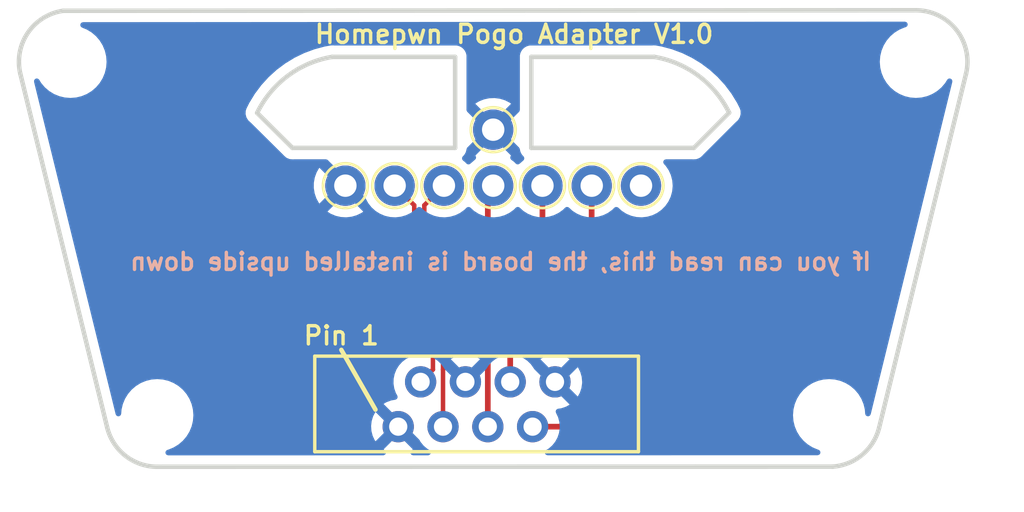
<source format=kicad_pcb>
(kicad_pcb (version 20210228) (generator pcbnew)
  (layers (0 "F.Cu" signal) (31 "B.Cu" signal) (34 "B.Paste" user) (35 "F.Paste" user) (36 "B.SilkS" user "B.Silkscreen") (37 "F.SilkS" user "F.Silkscreen") (38 "B.Mask" user) (39 "F.Mask" user) (44 "Edge.Cuts" user))
  (net 0 "")
  (net 1 "GND")
  (net 2 "/HP_USB_D_N")
  (net 3 "/HP_USB_D_P")
  (net 4 "/HP_CTRL_PIN")
  (net 5 "/HP_TXO_FROM_DUT")
  (net 6 "/HP_RXI_TO_DUT")
  (footprint "Fiducials:Fiducial_0.5mm_Dia_1mm_Outer" (layer "F.Cu") (at 169.164 50.292)
    (fp_text reference "FID101" hide)
    (fp_text value "Fiducial")
    (pad "~" smd circle (at 0 0) (size 0.5 0.5) (layers "F.Cu" "F.Mask") (clearance 0.25))
  )
  (footprint "Fiducials:Fiducial_0.5mm_Dia_1mm_Outer" (layer "F.Cu") (at 138.684 50.292)
    (fp_text reference "FID102" hide)
    (fp_text value "Fiducial")
    (pad "~" smd circle (at 0 0) (size 0.5 0.5) (layers "F.Cu" "F.Mask") (clearance 0.25))
  )
  (footprint "Fiducials:Fiducial_0.5mm_Dia_1mm_Outer" (layer "F.Cu") (at 142.367 67.691)
    (fp_text reference "FID103" hide)
    (fp_text value "Fiducial")
    (pad "~" smd circle (at 0 0) (size 0.5 0.5) (layers "F.Cu" "F.Mask") (clearance 0.25))
  )
  (footprint "Fiducials:Fiducial_0.5mm_Dia_1mm_Outer" (layer "F.Cu") (at 165.735 67.691)
    (fp_text reference "FID104" hide)
    (fp_text value "Fiducial")
    (pad "~" smd circle (at 0 0) (size 0.5 0.5) (layers "F.Cu" "F.Mask") (clearance 0.25))
  )
  (footprint "Mounting_Holes:MountingHole_2.2mm_M2" (layer "F.Cu") (at 135.225 51.018781)
    (fp_text reference "H102" hide)
    (fp_text value "MountingHole")
    (pad "1" np_thru_hole circle (at 0 0) (size 2.2 2.2) (drill 2.2) (layers *.Cu *.Mask))
  )
  (footprint "Mounting_Holes:MountingHole_2.2mm_M2" (layer "F.Cu") (at 169.1 66.8)
    (fp_text reference "H103" hide)
    (fp_text value "MountingHole")
    (pad "1" np_thru_hole circle (at 0 0) (size 2.2 2.2) (drill 2.2) (layers *.Cu *.Mask))
  )
  (footprint "Mounting_Holes:MountingHole_2.2mm_M2" (layer "F.Cu") (at 139.1 66.8)
    (fp_text reference "H104" hide)
    (fp_text value "MountingHole")
    (pad "1" np_thru_hole circle (at 0 0) (size 2.2 2.2) (drill 2.2) (layers *.Cu *.Mask))
  )
  (footprint "footprints:SLW8S-1C7LF" (layer "F.Cu") (at 149.86 67.31)
    (fp_text reference "J101" hide)
    (fp_text value "Conn_01x08_Female" hide)
    (fp_line (start 10.726301 -3.1496) (end -3.726299 -3.1496) (layer "F.SilkS") (width 0.1524))
    (fp_line (start -3.726299 -3.1496) (end -3.726299 1.1176) (layer "F.SilkS") (width 0.1524))
    (fp_line (start -3.726299 1.1176) (end 10.726301 1.1176) (layer "F.SilkS") (width 0.1524))
    (fp_line (start 10.726301 1.1176) (end 10.726301 -3.1496) (layer "F.SilkS") (width 0.1524))
    (pad "1" thru_hole circle (at 0 0) (size 1.397 1.397) (drill 0.8128) (layers *.Cu *.Mask) (net 1 "GND"))
    (pad "2" thru_hole circle (at 1.000001 -2.000001) (size 1.397 1.397) (drill 0.8128) (layers *.Cu *.Mask) (net 2 "/HP_USB_D_N"))
    (pad "3" thru_hole circle (at 2.000001 0) (size 1.397 1.397) (drill 0.8128) (layers *.Cu *.Mask) (net 3 "/HP_USB_D_P"))
    (pad "4" thru_hole circle (at 3.000002 -2.000001) (size 1.397 1.397) (drill 0.8128) (layers *.Cu *.Mask) (net 1 "GND"))
    (pad "5" thru_hole circle (at 4 0) (size 1.397 1.397) (drill 0.8128) (layers *.Cu *.Mask) (net 4 "/HP_CTRL_PIN"))
    (pad "6" thru_hole circle (at 5 -2.000001) (size 1.397 1.397) (drill 0.8128) (layers *.Cu *.Mask) (net 5 "/HP_TXO_FROM_DUT"))
    (pad "7" thru_hole circle (at 6.000001 0) (size 1.397 1.397) (drill 0.8128) (layers *.Cu *.Mask) (net 6 "/HP_RXI_TO_DUT"))
    (pad "8" thru_hole circle (at 7.000001 -2.000001) (size 1.397 1.397) (drill 0.8128) (layers *.Cu *.Mask) (net 1 "GND"))
  )
  (footprint "harwin_pogo:P70_POGO" (layer "F.Cu") (at 160.7 56.55)
    (fp_text reference "J102" hide)
    (fp_text value "POGO")
    (fp_circle (center 0 0) (end 1 0) (layer "F.SilkS") (width 0.12) (fill none))
    (pad "1" thru_hole circle (at 0 0) (size 1.8 1.8) (drill 1) (layers *.Cu *.Mask))
  )
  (footprint "harwin_pogo:P70_POGO" (layer "F.Cu") (at 156.3 56.55)
    (fp_text reference "J103" hide)
    (fp_text value "POGO")
    (fp_circle (center 0 0) (end 1 0) (layer "F.SilkS") (width 0.12) (fill none))
    (pad "1" thru_hole circle (at 0 0) (size 1.8 1.8) (drill 1) (layers *.Cu *.Mask) (net 5 "/HP_TXO_FROM_DUT"))
  )
  (footprint "harwin_pogo:P70_POGO" (layer "F.Cu") (at 158.5 56.55)
    (fp_text reference "J105" hide)
    (fp_text value "POGO")
    (fp_circle (center 0 0) (end 1 0) (layer "F.SilkS") (width 0.12) (fill none))
    (pad "1" thru_hole circle (at 0 0) (size 1.8 1.8) (drill 1) (layers *.Cu *.Mask) (net 6 "/HP_RXI_TO_DUT"))
  )
  (footprint "harwin_pogo:P70_POGO" (layer "F.Cu") (at 154.1 56.55)
    (fp_text reference "J106" hide)
    (fp_text value "POGO")
    (fp_circle (center 0 0) (end 1 0) (layer "F.SilkS") (width 0.12) (fill none))
    (pad "1" thru_hole circle (at 0 0) (size 1.8 1.8) (drill 1) (layers *.Cu *.Mask) (net 4 "/HP_CTRL_PIN"))
  )
  (footprint "harwin_pogo:P70_POGO" (layer "F.Cu") (at 151.9 56.55)
    (fp_text reference "J107" hide)
    (fp_text value "POGO")
    (fp_circle (center 0 0) (end 1 0) (layer "F.SilkS") (width 0.12) (fill none))
    (pad "1" thru_hole circle (at 0 0) (size 1.8 1.8) (drill 1) (layers *.Cu *.Mask) (net 3 "/HP_USB_D_P"))
  )
  (footprint "harwin_pogo:P70_POGO" (layer "F.Cu") (at 149.7 56.55)
    (fp_text reference "J108" hide)
    (fp_text value "POGO")
    (fp_circle (center 0 0) (end 1 0) (layer "F.SilkS") (width 0.12) (fill none))
    (pad "1" thru_hole circle (at 0 0) (size 1.8 1.8) (drill 1) (layers *.Cu *.Mask) (net 2 "/HP_USB_D_N"))
  )
  (footprint "harwin_pogo:P70_POGO" (layer "F.Cu") (at 147.5 56.55)
    (fp_text reference "J109" hide)
    (fp_text value "POGO")
    (fp_circle (center 0 0) (end 1 0) (layer "F.SilkS") (width 0.12) (fill none))
    (pad "1" thru_hole circle (at 0 0) (size 1.8 1.8) (drill 1) (layers *.Cu *.Mask) (net 1 "GND"))
  )
  (footprint "harwin_pogo:P70_POGO" (layer "F.Cu") (at 154.1 54.05)
    (fp_text reference "J110" hide)
    (fp_text value "POGO")
    (fp_circle (center 0 0) (end 1 0) (layer "F.SilkS") (width 0.12) (fill none))
    (pad "1" thru_hole circle (at 0 0) (size 1.8 1.8) (drill 1) (layers *.Cu *.Mask) (net 1 "GND"))
  )
  (footprint "Mounting_Holes:MountingHole_2.2mm_M2" (layer "F.Cu") (at 172.975 51.018781)
    (fp_text reference "H101" hide)
    (fp_text value "MountingHole")
    (pad "1" np_thru_hole circle (at 0 0) (size 2.2 2.2) (drill 2.2) (layers *.Cu *.Mask))
  )
  (gr_line (start 147.32 63.881) (end 148.844 66.548) (layer "F.SilkS") (width 0.2))
  (gr_arc (start 147.662501 55.3) (end 146.909901 50.8) (angle -54.52079504) (layer "Edge.Cuts") (width 0.2))
  (gr_line (start 163.062578 54.863668) (end 164.634329 53.291918) (layer "Edge.Cuts") (width 0.2))
  (gr_line (start 169.261185 69.094345) (end 139.100432 69.099999) (layer "Edge.Cuts") (width 0.2))
  (gr_line (start 175.208649 51.567243) (end 171.333649 67.348461) (layer "Edge.Cuts") (width 0.2))
  (gr_line (start 152.4 54.863668) (end 152.4 50.8) (layer "Edge.Cuts") (width 0.2))
  (gr_arc (start 160.537499 55.3) (end 164.634329 53.291918) (angle -54.39344287) (layer "Edge.Cuts") (width 0.2))
  (gr_line (start 155.8 54.863668) (end 163.062578 54.863668) (layer "Edge.Cuts") (width 0.2))
  (gr_line (start 152.4 50.8) (end 146.909901 50.8) (layer "Edge.Cuts") (width 0.2))
  (gr_arc (start 139.100001 66.8) (end 136.866351 67.348461) (angle -76.21498565) (layer "Edge.Cuts") (width 0.2))
  (gr_line (start 134.902046 48.741568) (end 172.973623 48.718782) (layer "Edge.Cuts") (width 0.2))
  (gr_arc (start 135.225 51.018781) (end 134.902046 48.741568) (angle -95.72412582) (layer "Edge.Cuts") (width 0.2))
  (gr_line (start 145.137422 54.863668) (end 152.4 54.863668) (layer "Edge.Cuts") (width 0.2))
  (gr_line (start 161.290099 50.8) (end 155.799999 50.8) (layer "Edge.Cuts") (width 0.2))
  (gr_arc (start 169.1 66.8) (end 169.261185 69.094345) (angle -72.18561683) (layer "Edge.Cuts") (width 0.2))
  (gr_line (start 136.866351 67.348461) (end 132.991353 51.567252) (layer "Edge.Cuts") (width 0.2))
  (gr_arc (start 172.975 51.018781) (end 175.208649 51.567243) (angle -103.830049) (layer "Edge.Cuts") (width 0.2))
  (gr_line (start 143.561218 53.301029) (end 145.137422 54.863668) (layer "Edge.Cuts") (width 0.2))
  (gr_line (start 155.799999 50.8) (end 155.8 54.863668) (layer "Edge.Cuts") (width 0.2))
  (gr_text "If you can read this, the board is installed upside down" (at 154.432 59.944) (layer "B.SilkS") (effects (font (size 0.762 0.762) (thickness 0.1524)) (justify mirror)))
  (gr_text "Pin 1" (at 147.32 63.246) (layer "F.SilkS") (effects (font (size 0.8128 0.8128) (thickness 0.1524))))
  (gr_text "Homepwn Pogo Adapter V1.0" (at 146.05 49.784) (layer "F.SilkS") (effects (font (size 0.8128 0.8128) (thickness 0.1524)) (justify left)))
  (segment (start 150.499698 61.379366) (end 150.531367 61.347697) (width 0.2) (layer "F.Cu") (net 2))
  (segment (start 150.072172 61.442806) (end 150.114444 61.428014) (width 0.2) (layer "F.Cu") (net 2))
  (segment (start 149.958948 61.623) (end 149.963963 61.578495) (width 0.2) (layer "F.Cu") (net 2))
  (segment (start 150.555194 61.136223) (end 150.531367 61.098302) (width 0.2) (layer "F.Cu") (net 2))
  (segment (start 150.158948 61.423) (end 150.375 61.423) (width 0.2) (layer "F.Cu") (net 2))
  (segment (start 150.034251 61.466633) (end 150.072172 61.442806) (width 0.2) (layer "F.Cu") (net 2))
  (segment (start 150.002582 61.747697) (end 149.978755 61.709776) (width 0.2) (layer "F.Cu") (net 2))
  (segment (start 150.499698 61.866633) (end 150.461777 61.842806) (width 0.2) (layer "F.Cu") (net 2))
  (segment (start 150.375 61.423) (end 150.419505 61.417985) (width 0.2) (layer "F.Cu") (net 2))
  (segment (start 149.978755 61.536223) (end 150.002582 61.498302) (width 0.2) (layer "F.Cu") (net 2))
  (segment (start 150.499698 61.066633) (end 150.461777 61.042806) (width 0.2) (layer "F.Cu") (net 2))
  (segment (start 150.575 57.425) (end 149.7 56.55) (width 0.2) (layer "F.Cu") (net 2))
  (segment (start 150.002582 60.698302) (end 150.034251 60.666633) (width 0.2) (layer "F.Cu") (net 2))
  (segment (start 150.499698 60.579366) (end 150.531367 60.547697) (width 0.2) (layer "F.Cu") (net 2))
  (segment (start 149.978755 60.909776) (end 149.963963 60.867504) (width 0.2) (layer "F.Cu") (net 2))
  (segment (start 150.419505 60.617985) (end 150.461777 60.603193) (width 0.2) (layer "F.Cu") (net 2))
  (segment (start 150.569986 61.978495) (end 150.555194 61.936223) (width 0.2) (layer "F.Cu") (net 2))
  (segment (start 150.034251 61.779366) (end 150.002582 61.747697) (width 0.2) (layer "F.Cu") (net 2))
  (segment (start 150.860001 65.309999) (end 151.410001 64.759999) (width 0.2) (layer "F.Cu") (net 2))
  (segment (start 150.034251 60.666633) (end 150.072172 60.642806) (width 0.2) (layer "F.Cu") (net 2))
  (segment (start 150.555194 61.309776) (end 150.569986 61.267504) (width 0.2) (layer "F.Cu") (net 2))
  (segment (start 149.963963 60.778495) (end 149.978755 60.736223) (width 0.2) (layer "F.Cu") (net 2))
  (segment (start 150.575 62.023) (end 150.569986 61.978495) (width 0.2) (layer "F.Cu") (net 2))
  (segment (start 150.072172 61.803193) (end 150.034251 61.779366) (width 0.2) (layer "F.Cu") (net 2))
  (segment (start 150.375 61.023) (end 150.158948 61.023) (width 0.2) (layer "F.Cu") (net 2))
  (segment (start 150.375 60.623) (end 150.419505 60.617985) (width 0.2) (layer "F.Cu") (net 2))
  (segment (start 150.114444 61.428014) (end 150.158948 61.423) (width 0.2) (layer "F.Cu") (net 2))
  (segment (start 150.114444 61.017985) (end 150.072172 61.003193) (width 0.2) (layer "F.Cu") (net 2))
  (segment (start 150.531367 61.898302) (end 150.499698 61.866633) (width 0.2) (layer "F.Cu") (net 2))
  (segment (start 150.531367 61.347697) (end 150.555194 61.309776) (width 0.2) (layer "F.Cu") (net 2))
  (segment (start 150.375 61.823) (end 150.158948 61.823) (width 0.2) (layer "F.Cu") (net 2))
  (segment (start 150.461777 60.603193) (end 150.499698 60.579366) (width 0.2) (layer "F.Cu") (net 2))
  (segment (start 149.978755 61.709776) (end 149.963963 61.667504) (width 0.2) (layer "F.Cu") (net 2))
  (segment (start 149.978755 60.736223) (end 150.002582 60.698302) (width 0.2) (layer "F.Cu") (net 2))
  (segment (start 150.575 62.552) (end 150.575 62.023) (width 0.2) (layer "F.Cu") (net 2))
  (segment (start 150.531367 61.098302) (end 150.499698 61.066633) (width 0.2) (layer "F.Cu") (net 2))
  (segment (start 150.002582 61.498302) (end 150.034251 61.466633) (width 0.2) (layer "F.Cu") (net 2))
  (segment (start 150.158948 60.623) (end 150.375 60.623) (width 0.2) (layer "F.Cu") (net 2))
  (segment (start 151.410001 64.759999) (end 151.410001 63.387001) (width 0.2) (layer "F.Cu") (net 2))
  (segment (start 150.072172 61.003193) (end 150.034251 60.979366) (width 0.2) (layer "F.Cu") (net 2))
  (segment (start 150.575 60.423) (end 150.575 57.425) (width 0.2) (layer "F.Cu") (net 2))
  (segment (start 150.555194 61.936223) (end 150.531367 61.898302) (width 0.2) (layer "F.Cu") (net 2))
  (segment (start 150.461777 61.403193) (end 150.499698 61.379366) (width 0.2) (layer "F.Cu") (net 2))
  (segment (start 150.531367 60.547697) (end 150.555194 60.509776) (width 0.2) (layer "F.Cu") (net 2))
  (segment (start 150.114444 60.628014) (end 150.158948 60.623) (width 0.2) (layer "F.Cu") (net 2))
  (segment (start 149.963963 61.667504) (end 149.958948 61.623) (width 0.2) (layer "F.Cu") (net 2))
  (segment (start 150.158948 61.823) (end 150.114444 61.817985) (width 0.2) (layer "F.Cu") (net 2))
  (segment (start 149.958948 60.823) (end 149.963963 60.778495) (width 0.2) (layer "F.Cu") (net 2))
  (segment (start 150.158948 61.023) (end 150.114444 61.017985) (width 0.2) (layer "F.Cu") (net 2))
  (segment (start 150.419505 61.028014) (end 150.375 61.023) (width 0.2) (layer "F.Cu") (net 2))
  (segment (start 150.575 61.223) (end 150.569986 61.178495) (width 0.2) (layer "F.Cu") (net 2))
  (segment (start 150.569986 60.467504) (end 150.575 60.423) (width 0.2) (layer "F.Cu") (net 2))
  (segment (start 150.034251 60.979366) (end 150.002582 60.947697) (width 0.2) (layer "F.Cu") (net 2))
  (segment (start 150.114444 61.817985) (end 150.072172 61.803193) (width 0.2) (layer "F.Cu") (net 2))
  (segment (start 150.419505 61.417985) (end 150.461777 61.403193) (width 0.2) (layer "F.Cu") (net 2))
  (segment (start 150.419505 61.828014) (end 150.375 61.823) (width 0.2) (layer "F.Cu") (net 2))
  (segment (start 150.461777 61.042806) (end 150.419505 61.028014) (width 0.2) (layer "F.Cu") (net 2))
  (segment (start 149.963963 61.578495) (end 149.978755 61.536223) (width 0.2) (layer "F.Cu") (net 2))
  (segment (start 149.963963 60.867504) (end 149.958948 60.823) (width 0.2) (layer "F.Cu") (net 2))
  (segment (start 150.461777 61.842806) (end 150.419505 61.828014) (width 0.2) (layer "F.Cu") (net 2))
  (segment (start 150.569986 61.267504) (end 150.575 61.223) (width 0.2) (layer "F.Cu") (net 2))
  (segment (start 150.555194 60.509776) (end 150.569986 60.467504) (width 0.2) (layer "F.Cu") (net 2))
  (segment (start 150.072172 60.642806) (end 150.114444 60.628014) (width 0.2) (layer "F.Cu") (net 2))
  (segment (start 150.002582 60.947697) (end 149.978755 60.909776) (width 0.2) (layer "F.Cu") (net 2))
  (segment (start 150.569986 61.178495) (end 150.555194 61.136223) (width 0.2) (layer "F.Cu") (net 2))
  (segment (start 151.410001 63.387001) (end 150.575 62.552) (width 0.2) (layer "F.Cu") (net 2))
  (segment (start 151.860001 64.759999) (end 151.860001 67.31) (width 0.2) (layer "F.Cu") (net 3))
  (segment (start 151.025 57.425) (end 151.025 62.3656) (width 0.2) (layer "F.Cu") (net 3))
  (segment (start 151.025 62.3656) (end 151.860001 63.200601) (width 0.2) (layer "F.Cu") (net 3))
  (segment (start 151.860001 63.200601) (end 151.860001 64.759999) (width 0.2) (layer "F.Cu") (net 3))
  (segment (start 151.9 56.55) (end 151.025 57.425) (width 0.2) (layer "F.Cu") (net 3))
  (segment (start 153.86 56.79) (end 153.86 67.31) (width 0.254) (layer "F.Cu") (net 4))
  (segment (start 154.1 56.55) (end 153.86 56.79) (width 0.254) (layer "F.Cu") (net 4))
  (segment (start 156.3 61.886) (end 154.86 63.326) (width 0.254) (layer "F.Cu") (net 5))
  (segment (start 154.86 63.326) (end 154.86 65.309999) (width 0.254) (layer "F.Cu") (net 5))
  (segment (start 156.3 56.55) (end 156.3 61.886) (width 0.254) (layer "F.Cu") (net 5))
  (segment (start 157.099 67.31) (end 155.860001 67.31) (width 0.254) (layer "F.Cu") (net 6))
  (segment (start 158.496 65.913) (end 157.099 67.31) (width 0.254) (layer "F.Cu") (net 6))
  (segment (start 158.496 64.897) (end 158.496 65.913) (width 0.254) (layer "F.Cu") (net 6))
  (segment (start 158.5 56.55) (end 158.496 56.554) (width 0.254) (layer "F.Cu") (net 6))
  (segment (start 158.496 56.554) (end 158.496 64.897) (width 0.254) (layer "F.Cu") (net 6))
  (zone (net 1) (net_name "GND") (layer "B.Cu") (connect_pads (clearance 0.508)) (min_thickness 0.254) (fill yes (thermal_gap 0.508) (thermal_bridge_width 0.508))
    (polygon (pts (xy 177.8 71.12) (xy 132.08 71.12) (xy 132.08 48.26) (xy 177.8 48.26)))
  )
)
</source>
